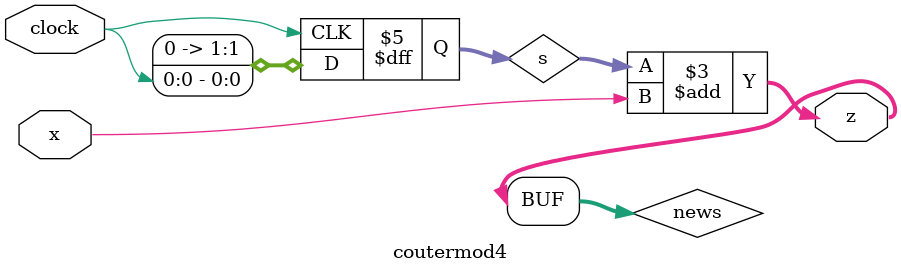
<source format=v>
module coutermod4(output [1:0]z, input x, input clock);
	reg [1:0] s, news;

	initial
		begin
			s <= 0; // <= è l'assegnamento non bloccante
			news <= 0;
		end
	
	always @(posedge clock)
		s <= clock;

	always @(x, s)
		news <= s+x;

	assign
		z = news;
endmodule

</source>
